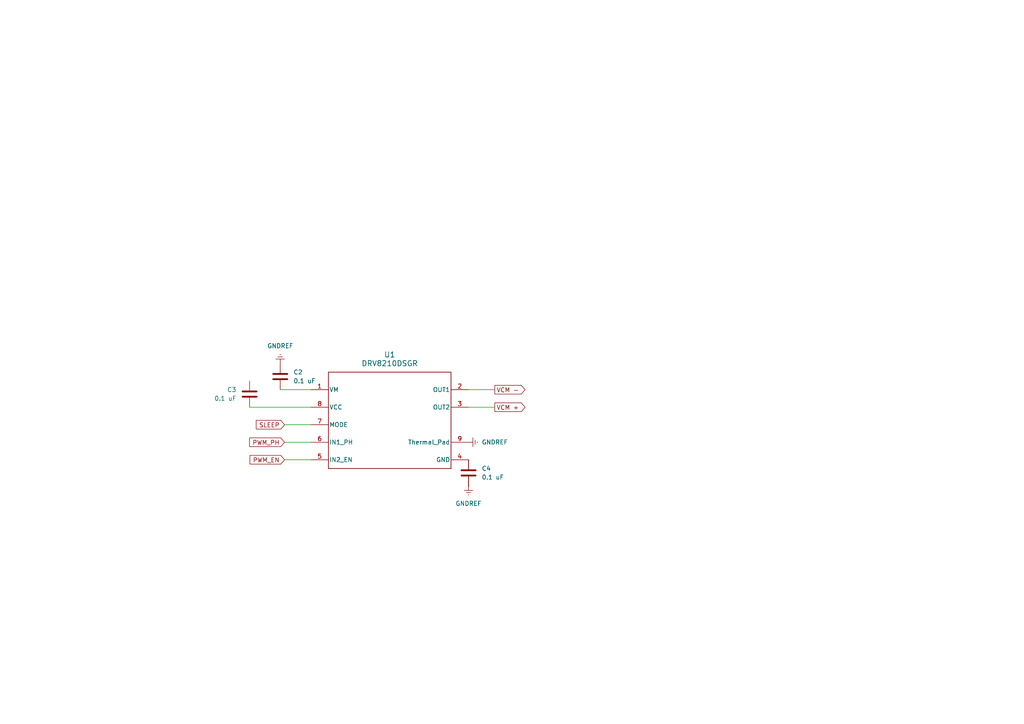
<source format=kicad_sch>
(kicad_sch (version 20250114) (generator "eeschema") (generator_version "9.0")
  (paper "A4")
  (lib_symbols
    (symbol "2025-04-08_09-39-13:DRV8210DSGR" (pin_names (offset 0.254))
      (property "Reference" "U" (at 0 2.54 0))
      (property "Value" "DRV8210DSGR" (at 0 0 0))
      (symbol "DRV8210DSGR_0_1"
        (polyline (pts (xy 5.08 5.08) (xy 5.08 -22.86)) (stroke (width 0.2032)))
        (polyline (pts (xy 5.08 -22.86) (xy 40.64 -22.86)) (stroke (width 0.2032)))
        (polyline (pts (xy 40.64 5.08) (xy 5.08 5.08)) (stroke (width 0.2032)))
        (polyline (pts (xy 40.64 -22.86) (xy 40.64 5.08)) (stroke (width 0.2032)))
        (pin power_in line (at 0 0 0) (length 5.08) (name "VM") (number "1"))
        (pin power_in line (at 0 -5.08 0) (length 5.08) (name "VCC") (number "8"))
        (pin unspecified line (at 0 -10.16 0) (length 5.08) (name "MODE") (number "7"))
        (pin input line (at 0 -15.24 0) (length 5.08) (name "IN1_PH") (number "6"))
        (pin input line (at 0 -20.32 0) (length 5.08) (name "IN2_EN") (number "5"))
        (pin output line (at 45.72 0 180) (length 5.08) (name "OUT1") (number "2"))
        (pin output line (at 45.72 -5.08 180) (length 5.08) (name "OUT2") (number "3"))
        (pin power_in line (at 45.72 -15.24 180) (length 5.08) (name "Thermal_Pad") (number "9"))
        (pin power_in line (at 45.72 -20.32 180) (length 5.08) (name "GND") (number "4"))
      )
    )
    (symbol "Device:C" (pin_numbers (hide yes)) (pin_names (offset 0.254))
      (property "Reference" "C" (at 0.635 2.54 0))
      (property "Value" "C" (at 0.635 -2.54 0))
      (symbol "C_0_1"
        (polyline (pts (xy -2.032 0.762) (xy 2.032 0.762)) (stroke (width 0.508)))
        (polyline (pts (xy -2.032 -0.762) (xy 2.032 -0.762)) (stroke (width 0.508)))
      )
      (symbol "C_1_1"
        (pin passive line (at 0 3.81 270) (length 2.794) (name "~") (number "1"))
        (pin passive line (at 0 -3.81 90) (length 2.794) (name "~") (number "2"))
      )
    )
    (symbol "power:GNDREF" (power) (pin_numbers (hide yes)) (pin_names (offset 0) (hide yes))
      (property "Value" "GNDREF" (at 0 -3.81 0))
      (symbol "GNDREF_0_1"
        (polyline (pts (xy -0.635 -1.905) (xy 0.635 -1.905)))
        (polyline (pts (xy -0.127 -2.54) (xy 0.127 -2.54)))
        (polyline (pts (xy 0 -1.27) (xy 0 0)))
        (polyline (pts (xy 1.27 -1.27) (xy -1.27 -1.27)))
      )
      (symbol "GNDREF_1_1"
        (pin power_in line (at 0 0 270) (length 0) (name "~") (number "1"))
      )
    )
  )
  (wire (pts (xy 82.55 128.27) (xy 90.17 128.27)))
  (wire (pts (xy 81.28 113.03) (xy 90.17 113.03)))
  (wire (pts (xy 72.39 118.11) (xy 90.17 118.11)))
  (wire (pts (xy 82.55 133.35) (xy 90.17 133.35)))
  (wire (pts (xy 143.51 118.11) (xy 135.89 118.11)))
  (wire (pts (xy 135.89 113.03) (xy 143.51 113.03)))
  (wire (pts (xy 82.55 123.19) (xy 90.17 123.19)))
  (global_label "VCM -" (shape output) (at 143.51 113.03 0) (property "Intersheetrefs" "${INTERSHEET_REFS}" (effects (hide yes))))
  (global_label "VCM +" (shape output) (at 143.51 118.11 0) (property "Intersheetrefs" "${INTERSHEET_REFS}" (effects (hide yes))))
  (global_label "PWM_EN" (shape input) (at 82.55 133.35 180) (property "Intersheetrefs" "${INTERSHEET_REFS}" (effects (hide yes))))
  (global_label "PWM_PH" (shape input) (at 82.55 128.27 180) (property "Intersheetrefs" "${INTERSHEET_REFS}" (effects (hide yes))))
  (global_label "SLEEP" (shape input) (at 82.55 123.19 180) (property "Intersheetrefs" "${INTERSHEET_REFS}" (effects (hide yes))))
  (symbol (lib_id "power:GNDREF") (at 135.89 140.97 0) (unit 1)
    (property "Reference" "#PWR02" (effects (hide yes)))
    (property "Value" "GNDREF" (at 135.89 146.05 0))
    (property "Description" "Power symbol creates a global label with name \"GNDREF\" , reference supply ground" (effects (hide yes)))
  )
  (symbol (lib_id "Device:C") (at 72.39 114.3 0) (unit 1)
    (property "Reference" "C3" (at 68.58 113.0299 0) (effects (justify right)))
    (property "Value" "0.1 uF" (at 68.58 115.5699 0) (effects (justify right)))
    (property "Footprint" "Capacitor_SMD:C_0603_1608Metric" (effects (hide yes)))
    (property "Description" "Unpolarized capacitor" (effects (hide yes)))
  )
  (symbol (lib_id "2025-04-08_09-39-13:DRV8210DSGR") (at 90.17 113.03 0) (unit 1)
    (property "Reference" "U1" (at 113.03 102.87 0) (effects (font (size 1.524 1.524))))
    (property "Value" "DRV8210DSGR" (at 113.03 105.41 0) (effects (font (size 1.524 1.524))))
    (property "Footprint" "DSG0008A-IPC_A" (effects (hide yes)))
    (property "Datasheet" "DRV8210DSGR" (effects (hide yes)))
  )
  (symbol (lib_id "Device:C") (at 135.89 137.16 0) (unit 1)
    (property "Reference" "C4" (at 139.7 135.8899 0) (effects (justify left)))
    (property "Value" "0.1 uF" (at 139.7 138.4299 0) (effects (justify left)))
    (property "Footprint" "Capacitor_SMD:C_0603_1608Metric" (effects (hide yes)))
    (property "Description" "Unpolarized capacitor" (effects (hide yes)))
  )
  (symbol (lib_id "Device:C") (at 81.28 109.22 0) (unit 1)
    (property "Reference" "C2" (at 85.09 107.9499 0) (effects (justify left)))
    (property "Value" "0.1 uF" (at 85.09 110.4899 0) (effects (justify left)))
    (property "Footprint" "Capacitor_SMD:C_0603_1608Metric" (effects (hide yes)))
    (property "Description" "Unpolarized capacitor" (effects (hide yes)))
  )
  (symbol (lib_id "power:GNDREF") (at 135.89 128.27 90) (unit 1)
    (property "Reference" "#PWR03" (effects (hide yes)))
    (property "Value" "GNDREF" (at 139.7 128.2699 90) (effects (justify right)))
    (property "Description" "Power symbol creates a global label with name \"GNDREF\" , reference supply ground" (effects (hide yes)))
  )
  (symbol (lib_id "power:GNDREF") (at 81.28 105.41 180) (unit 1)
    (property "Reference" "#PWR01" (effects (hide yes)))
    (property "Value" "GNDREF" (at 81.28 100.33 0))
    (property "Description" "Power symbol creates a global label with name \"GNDREF\" , reference supply ground" (effects (hide yes)))
  )
)
</source>
